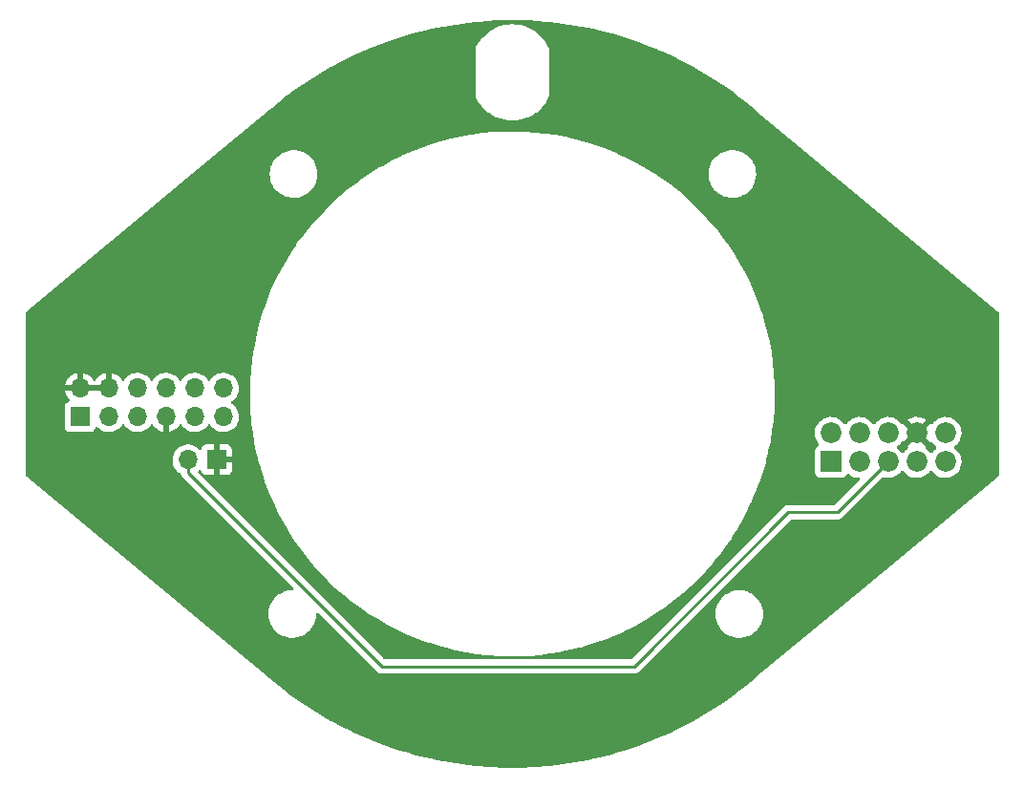
<source format=gbr>
%TF.GenerationSoftware,KiCad,Pcbnew,(6.0.0-0)*%
%TF.CreationDate,2022-03-24T13:46:47-04:00*%
%TF.ProjectId,Rotary,526f7461-7279-42e6-9b69-6361645f7063,rev?*%
%TF.SameCoordinates,Original*%
%TF.FileFunction,Copper,L4,Bot*%
%TF.FilePolarity,Positive*%
%FSLAX46Y46*%
G04 Gerber Fmt 4.6, Leading zero omitted, Abs format (unit mm)*
G04 Created by KiCad (PCBNEW (6.0.0-0)) date 2022-03-24 13:46:47*
%MOMM*%
%LPD*%
G01*
G04 APERTURE LIST*
%TA.AperFunction,ComponentPad*%
%ADD10R,1.700000X1.700000*%
%TD*%
%TA.AperFunction,ComponentPad*%
%ADD11O,1.700000X1.700000*%
%TD*%
%TA.AperFunction,ComponentPad*%
%ADD12R,1.836000X1.836000*%
%TD*%
%TA.AperFunction,ComponentPad*%
%ADD13C,1.836000*%
%TD*%
%TA.AperFunction,Conductor*%
%ADD14C,0.250000*%
%TD*%
G04 APERTURE END LIST*
D10*
%TO.P,J3,1,Pin_1*%
%TO.N,GND*%
X120410000Y-103340000D03*
D11*
%TO.P,J3,2,Pin_2*%
%TO.N,RTR_LIMIT*%
X117870000Y-103340000D03*
%TD*%
D12*
%TO.P,J2,1,Pin_1*%
%TO.N,RTR_ENB*%
X174853250Y-103503500D03*
D13*
%TO.P,J2,2,Pin_2*%
%TO.N,LKIT_C*%
X174853250Y-100963500D03*
%TO.P,J2,3,Pin_3*%
%TO.N,RTR_ENA*%
X177393250Y-103503500D03*
%TO.P,J2,4,Pin_4*%
%TO.N,LKIT_B*%
X177393250Y-100963500D03*
%TO.P,J2,5,Pin_5*%
%TO.N,RTR_LIMIT*%
X179933250Y-103503500D03*
%TO.P,J2,6,Pin_6*%
%TO.N,LKIT_A*%
X179933250Y-100963500D03*
%TO.P,J2,7,Pin_7*%
%TO.N,5V*%
X182473250Y-103503500D03*
%TO.P,J2,8,Pin_8*%
%TO.N,GND*%
X182473250Y-100963500D03*
%TO.P,J2,9,Pin_9*%
%TO.N,RMOT2*%
X185013250Y-103503500D03*
%TO.P,J2,10,Pin_10*%
%TO.N,RMOT1*%
X185013250Y-100963500D03*
%TD*%
D10*
%TO.P,J1,1,Pin_1*%
%TO.N,RTR_ENB*%
X108320000Y-99520000D03*
D11*
%TO.P,J1,2,Pin_2*%
%TO.N,GND*%
X108320000Y-96980000D03*
%TO.P,J1,3,Pin_3*%
%TO.N,RTR_ENA*%
X110860000Y-99520000D03*
%TO.P,J1,4,Pin_4*%
%TO.N,GND*%
X110860000Y-96980000D03*
%TO.P,J1,5,Pin_5*%
%TO.N,5V*%
X113400000Y-99520000D03*
%TO.P,J1,6,Pin_6*%
X113400000Y-96980000D03*
%TO.P,J1,7,Pin_7*%
%TO.N,GND*%
X115940000Y-99520000D03*
%TO.P,J1,8,Pin_8*%
%TO.N,LKIT_A*%
X115940000Y-96980000D03*
%TO.P,J1,9,Pin_9*%
%TO.N,RMOT1*%
X118480000Y-99520000D03*
%TO.P,J1,10,Pin_10*%
%TO.N,LKIT_B*%
X118480000Y-96980000D03*
%TO.P,J1,11,Pin_11*%
%TO.N,RMOT2*%
X121020000Y-99520000D03*
%TO.P,J1,12,Pin_12*%
%TO.N,LKIT_C*%
X121020000Y-96980000D03*
%TD*%
D14*
%TO.N,RTR_LIMIT*%
X175456750Y-107980000D02*
X171100000Y-107980000D01*
X157420000Y-121660000D02*
X135060000Y-121660000D01*
X171100000Y-107980000D02*
X157420000Y-121660000D01*
X135060000Y-121660000D02*
X117870000Y-104470000D01*
X179933250Y-103503500D02*
X175456750Y-107980000D01*
X117870000Y-104470000D02*
X117870000Y-103340000D01*
%TD*%
%TA.AperFunction,Conductor*%
%TO.N,GND*%
G36*
X146926719Y-64363028D02*
G01*
X147741021Y-64376785D01*
X147745260Y-64376929D01*
X148006563Y-64390182D01*
X148857858Y-64433360D01*
X148862104Y-64433647D01*
X149522691Y-64489574D01*
X149972216Y-64527632D01*
X149976404Y-64528058D01*
X151082666Y-64659483D01*
X151086876Y-64660055D01*
X152188114Y-64828778D01*
X152192272Y-64829488D01*
X153287160Y-65035309D01*
X153291289Y-65036158D01*
X153828408Y-65156042D01*
X154378587Y-65278842D01*
X154382725Y-65279839D01*
X155100918Y-65465815D01*
X155461224Y-65559116D01*
X155465305Y-65560247D01*
X155807310Y-65661252D01*
X156533711Y-65875782D01*
X156537772Y-65877056D01*
X157594934Y-66228508D01*
X157598950Y-66229919D01*
X158643619Y-66616872D01*
X158647586Y-66618418D01*
X159344385Y-66903638D01*
X159564959Y-66993925D01*
X159678608Y-67040445D01*
X159682513Y-67042121D01*
X159745482Y-67070416D01*
X160698670Y-67498724D01*
X160702521Y-67500533D01*
X161702712Y-67991217D01*
X161706457Y-67993134D01*
X162689512Y-68517328D01*
X162693192Y-68519370D01*
X163657953Y-69076456D01*
X163661603Y-69078646D01*
X164607020Y-69668016D01*
X164610593Y-69670329D01*
X165535505Y-70291258D01*
X165538999Y-70293690D01*
X166288973Y-70834802D01*
X166442433Y-70945525D01*
X166445842Y-70948073D01*
X167326752Y-71630058D01*
X167330074Y-71632721D01*
X168153265Y-72315714D01*
X168168615Y-72330846D01*
X168180935Y-72345271D01*
X168198450Y-72356732D01*
X168211990Y-72365593D01*
X168223480Y-72374079D01*
X172605508Y-76011989D01*
X189642481Y-90155890D01*
X189696483Y-90200722D01*
X189736120Y-90259625D01*
X189742000Y-90297668D01*
X189742000Y-104702332D01*
X189721998Y-104770453D01*
X189696484Y-104799277D01*
X177763368Y-114706015D01*
X168229420Y-122620991D01*
X168215337Y-122631129D01*
X168190449Y-122646560D01*
X168172505Y-122666559D01*
X168159177Y-122679381D01*
X167330074Y-123367279D01*
X167326752Y-123369942D01*
X166445842Y-124051927D01*
X166442436Y-124054473D01*
X166266344Y-124181525D01*
X165538999Y-124706310D01*
X165535505Y-124708742D01*
X164610593Y-125329671D01*
X164607020Y-125331984D01*
X163661603Y-125921354D01*
X163657959Y-125923541D01*
X162693192Y-126480630D01*
X162689512Y-126482672D01*
X161706457Y-127006866D01*
X161702712Y-127008783D01*
X160957777Y-127374241D01*
X160702523Y-127499466D01*
X160698670Y-127501276D01*
X159682519Y-127957876D01*
X159678608Y-127959555D01*
X158647586Y-128381582D01*
X158643619Y-128383128D01*
X157598950Y-128770081D01*
X157594934Y-128771492D01*
X156537772Y-129122944D01*
X156533711Y-129124218D01*
X155824853Y-129333567D01*
X155465305Y-129439753D01*
X155461224Y-129440884D01*
X155100918Y-129534185D01*
X154382725Y-129720161D01*
X154378587Y-129721158D01*
X153828408Y-129843958D01*
X153291289Y-129963842D01*
X153287160Y-129964691D01*
X152192272Y-130170512D01*
X152188114Y-130171222D01*
X151086880Y-130339945D01*
X151082666Y-130340517D01*
X149976404Y-130471942D01*
X149972216Y-130472368D01*
X149522691Y-130510426D01*
X148862104Y-130566353D01*
X148857858Y-130566640D01*
X148006563Y-130609818D01*
X147745260Y-130623071D01*
X147741021Y-130623215D01*
X146926719Y-130636972D01*
X146627128Y-130642033D01*
X146622872Y-130642033D01*
X146323281Y-130636972D01*
X145508979Y-130623215D01*
X145504740Y-130623071D01*
X145243437Y-130609818D01*
X144392142Y-130566640D01*
X144387896Y-130566353D01*
X143727309Y-130510426D01*
X143277784Y-130472368D01*
X143273596Y-130471942D01*
X142167334Y-130340517D01*
X142163120Y-130339945D01*
X141061886Y-130171222D01*
X141057728Y-130170512D01*
X139962840Y-129964691D01*
X139958711Y-129963842D01*
X139421592Y-129843958D01*
X138871413Y-129721158D01*
X138867275Y-129720161D01*
X138149082Y-129534185D01*
X137788776Y-129440884D01*
X137784695Y-129439753D01*
X137425147Y-129333567D01*
X136716289Y-129124218D01*
X136712228Y-129122944D01*
X135655066Y-128771492D01*
X135651050Y-128770081D01*
X134606381Y-128383128D01*
X134602414Y-128381582D01*
X133571392Y-127959555D01*
X133567481Y-127957876D01*
X132551330Y-127501276D01*
X132547477Y-127499466D01*
X132292223Y-127374241D01*
X131547288Y-127008783D01*
X131543543Y-127006866D01*
X130560488Y-126482672D01*
X130556808Y-126480630D01*
X129592041Y-125923541D01*
X129588397Y-125921354D01*
X128642980Y-125331984D01*
X128639407Y-125329671D01*
X127714495Y-124708742D01*
X127711001Y-124706310D01*
X126983656Y-124181525D01*
X126807564Y-124054473D01*
X126804158Y-124051927D01*
X125923248Y-123369942D01*
X125919926Y-123367279D01*
X125096735Y-122684286D01*
X125081385Y-122669154D01*
X125069065Y-122654729D01*
X125038010Y-122634407D01*
X125026520Y-122625921D01*
X117603030Y-116463024D01*
X103553517Y-104799277D01*
X103513880Y-104740375D01*
X103508000Y-104702332D01*
X103508000Y-103306695D01*
X116507251Y-103306695D01*
X116507548Y-103311848D01*
X116507548Y-103311851D01*
X116519532Y-103519695D01*
X116520110Y-103529715D01*
X116521247Y-103534761D01*
X116521248Y-103534767D01*
X116535606Y-103598475D01*
X116569222Y-103747639D01*
X116653266Y-103954616D01*
X116769987Y-104145088D01*
X116916250Y-104313938D01*
X117088126Y-104456632D01*
X117092593Y-104459242D01*
X117187210Y-104514532D01*
X117235934Y-104566171D01*
X117244623Y-104588119D01*
X117244964Y-104589291D01*
X117248987Y-104608700D01*
X117251526Y-104628797D01*
X117254445Y-104636168D01*
X117254445Y-104636170D01*
X117267804Y-104669912D01*
X117271649Y-104681142D01*
X117276546Y-104697999D01*
X117283982Y-104723593D01*
X117288015Y-104730412D01*
X117288017Y-104730417D01*
X117294293Y-104741028D01*
X117302988Y-104758776D01*
X117310448Y-104777617D01*
X117315110Y-104784033D01*
X117315110Y-104784034D01*
X117336436Y-104813387D01*
X117342952Y-104823307D01*
X117351458Y-104837689D01*
X117365458Y-104861362D01*
X117379779Y-104875683D01*
X117392619Y-104890716D01*
X117404528Y-104907107D01*
X117424693Y-104923789D01*
X117438605Y-104935298D01*
X117447384Y-104943288D01*
X127180763Y-114676667D01*
X127214789Y-114738979D01*
X127209724Y-114809794D01*
X127167177Y-114866630D01*
X127100657Y-114891441D01*
X127091015Y-114891760D01*
X127053949Y-114891566D01*
X126996614Y-114891265D01*
X126996608Y-114891265D01*
X126992328Y-114891243D01*
X126988083Y-114891802D01*
X126988081Y-114891802D01*
X126922784Y-114900399D01*
X126707365Y-114928760D01*
X126430129Y-115004603D01*
X126165752Y-115117369D01*
X126162071Y-115119572D01*
X125922806Y-115262768D01*
X125922802Y-115262771D01*
X125919124Y-115264972D01*
X125915781Y-115267650D01*
X125915777Y-115267653D01*
X125903243Y-115277695D01*
X125694811Y-115444681D01*
X125496963Y-115653170D01*
X125329240Y-115886581D01*
X125327231Y-115890376D01*
X125327230Y-115890377D01*
X125318458Y-115906945D01*
X125194746Y-116140596D01*
X125193271Y-116144627D01*
X125120592Y-116343233D01*
X125095971Y-116410512D01*
X125034741Y-116691337D01*
X125012698Y-116971415D01*
X125012190Y-116977874D01*
X125028735Y-117264820D01*
X125029560Y-117269025D01*
X125029561Y-117269033D01*
X125050920Y-117377897D01*
X125084070Y-117546865D01*
X125085457Y-117550916D01*
X125161206Y-117772161D01*
X125177171Y-117818792D01*
X125306316Y-118075567D01*
X125308742Y-118079096D01*
X125308745Y-118079102D01*
X125347587Y-118135617D01*
X125469114Y-118312439D01*
X125662553Y-118525026D01*
X125665841Y-118527775D01*
X125879761Y-118706641D01*
X125879766Y-118706645D01*
X125883053Y-118709393D01*
X125976012Y-118767706D01*
X126122895Y-118859846D01*
X126122899Y-118859848D01*
X126126535Y-118862129D01*
X126388493Y-118980407D01*
X126664079Y-119062040D01*
X126668313Y-119062688D01*
X126668318Y-119062689D01*
X126919095Y-119101063D01*
X126948195Y-119105516D01*
X127094580Y-119107815D01*
X127231291Y-119109963D01*
X127231297Y-119109963D01*
X127235582Y-119110030D01*
X127520923Y-119075500D01*
X127798937Y-119002565D01*
X127802897Y-119000925D01*
X127802902Y-119000923D01*
X127945911Y-118941686D01*
X128064481Y-118892573D01*
X128277216Y-118768261D01*
X128308943Y-118749721D01*
X128308944Y-118749721D01*
X128312641Y-118747560D01*
X128538823Y-118570210D01*
X128738844Y-118363804D01*
X128741377Y-118360356D01*
X128741381Y-118360351D01*
X128906464Y-118135617D01*
X128909002Y-118132162D01*
X129046149Y-117879571D01*
X129096947Y-117745137D01*
X129146227Y-117614721D01*
X129146228Y-117614718D01*
X129147745Y-117610703D01*
X129185889Y-117444156D01*
X129210954Y-117334718D01*
X129210955Y-117334714D01*
X129211912Y-117330534D01*
X129218661Y-117254922D01*
X129237243Y-117046715D01*
X129237463Y-117044250D01*
X129237546Y-117036315D01*
X129258259Y-116968407D01*
X129312398Y-116922478D01*
X129382774Y-116913110D01*
X129447043Y-116943277D01*
X129452634Y-116948538D01*
X134556343Y-122052247D01*
X134563887Y-122060537D01*
X134568000Y-122067018D01*
X134573777Y-122072443D01*
X134617667Y-122113658D01*
X134620509Y-122116413D01*
X134640230Y-122136134D01*
X134643425Y-122138612D01*
X134652447Y-122146318D01*
X134684679Y-122176586D01*
X134691628Y-122180406D01*
X134702432Y-122186346D01*
X134718956Y-122197199D01*
X134734959Y-122209613D01*
X134775543Y-122227176D01*
X134786173Y-122232383D01*
X134824940Y-122253695D01*
X134832617Y-122255666D01*
X134832622Y-122255668D01*
X134844558Y-122258732D01*
X134863266Y-122265137D01*
X134881855Y-122273181D01*
X134889683Y-122274421D01*
X134889690Y-122274423D01*
X134925524Y-122280099D01*
X134937144Y-122282505D01*
X134968959Y-122290673D01*
X134979970Y-122293500D01*
X135000224Y-122293500D01*
X135019934Y-122295051D01*
X135039943Y-122298220D01*
X135047835Y-122297474D01*
X135066580Y-122295702D01*
X135083962Y-122294059D01*
X135095819Y-122293500D01*
X157341233Y-122293500D01*
X157352416Y-122294027D01*
X157359909Y-122295702D01*
X157367835Y-122295453D01*
X157367836Y-122295453D01*
X157427986Y-122293562D01*
X157431945Y-122293500D01*
X157459856Y-122293500D01*
X157463791Y-122293003D01*
X157463856Y-122292995D01*
X157475693Y-122292062D01*
X157507951Y-122291048D01*
X157511970Y-122290922D01*
X157519889Y-122290673D01*
X157539343Y-122285021D01*
X157558700Y-122281013D01*
X157570930Y-122279468D01*
X157570931Y-122279468D01*
X157578797Y-122278474D01*
X157586168Y-122275555D01*
X157586170Y-122275555D01*
X157619912Y-122262196D01*
X157631142Y-122258351D01*
X157665983Y-122248229D01*
X157665984Y-122248229D01*
X157673593Y-122246018D01*
X157680412Y-122241985D01*
X157680417Y-122241983D01*
X157691028Y-122235707D01*
X157708776Y-122227012D01*
X157727617Y-122219552D01*
X157747987Y-122204753D01*
X157763387Y-122193564D01*
X157773307Y-122187048D01*
X157804535Y-122168580D01*
X157804538Y-122168578D01*
X157811362Y-122164542D01*
X157825683Y-122150221D01*
X157840717Y-122137380D01*
X157842432Y-122136134D01*
X157857107Y-122125472D01*
X157885298Y-122091395D01*
X157893288Y-122082616D01*
X162998030Y-116977874D01*
X164637190Y-116977874D01*
X164653735Y-117264820D01*
X164654560Y-117269025D01*
X164654561Y-117269033D01*
X164675920Y-117377897D01*
X164709070Y-117546865D01*
X164710457Y-117550916D01*
X164786206Y-117772161D01*
X164802171Y-117818792D01*
X164931316Y-118075567D01*
X164933742Y-118079096D01*
X164933745Y-118079102D01*
X164972587Y-118135617D01*
X165094114Y-118312439D01*
X165287553Y-118525026D01*
X165290841Y-118527775D01*
X165504761Y-118706641D01*
X165504766Y-118706645D01*
X165508053Y-118709393D01*
X165601012Y-118767706D01*
X165747895Y-118859846D01*
X165747899Y-118859848D01*
X165751535Y-118862129D01*
X166013493Y-118980407D01*
X166289079Y-119062040D01*
X166293313Y-119062688D01*
X166293318Y-119062689D01*
X166544095Y-119101063D01*
X166573195Y-119105516D01*
X166719580Y-119107815D01*
X166856291Y-119109963D01*
X166856297Y-119109963D01*
X166860582Y-119110030D01*
X167145923Y-119075500D01*
X167423937Y-119002565D01*
X167427897Y-119000925D01*
X167427902Y-119000923D01*
X167570911Y-118941686D01*
X167689481Y-118892573D01*
X167902216Y-118768261D01*
X167933943Y-118749721D01*
X167933944Y-118749721D01*
X167937641Y-118747560D01*
X168163823Y-118570210D01*
X168363844Y-118363804D01*
X168366377Y-118360356D01*
X168366381Y-118360351D01*
X168531464Y-118135617D01*
X168534002Y-118132162D01*
X168671149Y-117879571D01*
X168721947Y-117745137D01*
X168771227Y-117614721D01*
X168771228Y-117614718D01*
X168772745Y-117610703D01*
X168810889Y-117444156D01*
X168835954Y-117334718D01*
X168835955Y-117334714D01*
X168836912Y-117330534D01*
X168843661Y-117254922D01*
X168862243Y-117046715D01*
X168862463Y-117044250D01*
X168862926Y-117000000D01*
X168862757Y-116997519D01*
X168843669Y-116717520D01*
X168843668Y-116717514D01*
X168843377Y-116713243D01*
X168838841Y-116691337D01*
X168785962Y-116435998D01*
X168785091Y-116431792D01*
X168777556Y-116410512D01*
X168690579Y-116164897D01*
X168689148Y-116160856D01*
X168557321Y-115905447D01*
X168392052Y-115670293D01*
X168196397Y-115459743D01*
X167973978Y-115277695D01*
X167728910Y-115127517D01*
X167724993Y-115125798D01*
X167724990Y-115125796D01*
X167608678Y-115074739D01*
X167465728Y-115011989D01*
X167461600Y-115010813D01*
X167461597Y-115010812D01*
X167375693Y-114986342D01*
X167189302Y-114933247D01*
X167185060Y-114932643D01*
X167185054Y-114932642D01*
X166908998Y-114893353D01*
X166904747Y-114892748D01*
X166753246Y-114891955D01*
X166621614Y-114891265D01*
X166621608Y-114891265D01*
X166617328Y-114891243D01*
X166613083Y-114891802D01*
X166613081Y-114891802D01*
X166547784Y-114900399D01*
X166332365Y-114928760D01*
X166055129Y-115004603D01*
X165790752Y-115117369D01*
X165787071Y-115119572D01*
X165547806Y-115262768D01*
X165547802Y-115262771D01*
X165544124Y-115264972D01*
X165540781Y-115267650D01*
X165540777Y-115267653D01*
X165528243Y-115277695D01*
X165319811Y-115444681D01*
X165121963Y-115653170D01*
X164954240Y-115886581D01*
X164952231Y-115890376D01*
X164952230Y-115890377D01*
X164943458Y-115906945D01*
X164819746Y-116140596D01*
X164818271Y-116144627D01*
X164745592Y-116343233D01*
X164720971Y-116410512D01*
X164659741Y-116691337D01*
X164637698Y-116971415D01*
X164637190Y-116977874D01*
X162998030Y-116977874D01*
X171325499Y-108650405D01*
X171387811Y-108616379D01*
X171414594Y-108613500D01*
X175377983Y-108613500D01*
X175389166Y-108614027D01*
X175396659Y-108615702D01*
X175404585Y-108615453D01*
X175404586Y-108615453D01*
X175464736Y-108613562D01*
X175468695Y-108613500D01*
X175496606Y-108613500D01*
X175500541Y-108613003D01*
X175500606Y-108612995D01*
X175512443Y-108612062D01*
X175544701Y-108611048D01*
X175548720Y-108610922D01*
X175556639Y-108610673D01*
X175576093Y-108605021D01*
X175595450Y-108601013D01*
X175607680Y-108599468D01*
X175607681Y-108599468D01*
X175615547Y-108598474D01*
X175622918Y-108595555D01*
X175622920Y-108595555D01*
X175656662Y-108582196D01*
X175667892Y-108578351D01*
X175702733Y-108568229D01*
X175702734Y-108568229D01*
X175710343Y-108566018D01*
X175717162Y-108561985D01*
X175717167Y-108561983D01*
X175727778Y-108555707D01*
X175745526Y-108547012D01*
X175764367Y-108539552D01*
X175800137Y-108513564D01*
X175810057Y-108507048D01*
X175841285Y-108488580D01*
X175841288Y-108488578D01*
X175848112Y-108484542D01*
X175862433Y-108470221D01*
X175877467Y-108457380D01*
X175887444Y-108450131D01*
X175893857Y-108445472D01*
X175922048Y-108411395D01*
X175930038Y-108402616D01*
X179420135Y-104912520D01*
X179482447Y-104878494D01*
X179534351Y-104878145D01*
X179758697Y-104923789D01*
X179758705Y-104923790D01*
X179763768Y-104924820D01*
X179894980Y-104929631D01*
X179993018Y-104933226D01*
X179993022Y-104933226D01*
X179998182Y-104933415D01*
X180003302Y-104932759D01*
X180003304Y-104932759D01*
X180225726Y-104904267D01*
X180225729Y-104904266D01*
X180230853Y-104903610D01*
X180240573Y-104900694D01*
X180450578Y-104837689D01*
X180455531Y-104836203D01*
X180460170Y-104833930D01*
X180460176Y-104833928D01*
X180661545Y-104735278D01*
X180666183Y-104733006D01*
X180746956Y-104675391D01*
X180852939Y-104599794D01*
X180852943Y-104599790D01*
X180857151Y-104596789D01*
X181023308Y-104431212D01*
X181099018Y-104325850D01*
X181155012Y-104282203D01*
X181225715Y-104275757D01*
X181288679Y-104308560D01*
X181308772Y-104333541D01*
X181315475Y-104344480D01*
X181315481Y-104344488D01*
X181318176Y-104348886D01*
X181471760Y-104526188D01*
X181475735Y-104529488D01*
X181475739Y-104529492D01*
X181546356Y-104588119D01*
X181652239Y-104676025D01*
X181656691Y-104678627D01*
X181656696Y-104678630D01*
X181850309Y-104791768D01*
X181854767Y-104794373D01*
X182073905Y-104878054D01*
X182078971Y-104879085D01*
X182078972Y-104879085D01*
X182096726Y-104882697D01*
X182303768Y-104924820D01*
X182434980Y-104929631D01*
X182533018Y-104933226D01*
X182533022Y-104933226D01*
X182538182Y-104933415D01*
X182543302Y-104932759D01*
X182543304Y-104932759D01*
X182765726Y-104904267D01*
X182765729Y-104904266D01*
X182770853Y-104903610D01*
X182780573Y-104900694D01*
X182990578Y-104837689D01*
X182995531Y-104836203D01*
X183000170Y-104833930D01*
X183000176Y-104833928D01*
X183201545Y-104735278D01*
X183206183Y-104733006D01*
X183286956Y-104675391D01*
X183392939Y-104599794D01*
X183392943Y-104599790D01*
X183397151Y-104596789D01*
X183563308Y-104431212D01*
X183639018Y-104325850D01*
X183695012Y-104282203D01*
X183765715Y-104275757D01*
X183828679Y-104308560D01*
X183848772Y-104333541D01*
X183855475Y-104344480D01*
X183855481Y-104344488D01*
X183858176Y-104348886D01*
X184011760Y-104526188D01*
X184015735Y-104529488D01*
X184015739Y-104529492D01*
X184086356Y-104588119D01*
X184192239Y-104676025D01*
X184196691Y-104678627D01*
X184196696Y-104678630D01*
X184390309Y-104791768D01*
X184394767Y-104794373D01*
X184613905Y-104878054D01*
X184618971Y-104879085D01*
X184618972Y-104879085D01*
X184636726Y-104882697D01*
X184843768Y-104924820D01*
X184974980Y-104929631D01*
X185073018Y-104933226D01*
X185073022Y-104933226D01*
X185078182Y-104933415D01*
X185083302Y-104932759D01*
X185083304Y-104932759D01*
X185305726Y-104904267D01*
X185305729Y-104904266D01*
X185310853Y-104903610D01*
X185320573Y-104900694D01*
X185530578Y-104837689D01*
X185535531Y-104836203D01*
X185540170Y-104833930D01*
X185540176Y-104833928D01*
X185741545Y-104735278D01*
X185746183Y-104733006D01*
X185826956Y-104675391D01*
X185932939Y-104599794D01*
X185932943Y-104599790D01*
X185937151Y-104596789D01*
X186103308Y-104431212D01*
X186203090Y-104292351D01*
X186237172Y-104244920D01*
X186240190Y-104240720D01*
X186281130Y-104157885D01*
X186341828Y-104035071D01*
X186341829Y-104035069D01*
X186344122Y-104030429D01*
X186412312Y-103805988D01*
X186423902Y-103717952D01*
X186442493Y-103576745D01*
X186442494Y-103576738D01*
X186442930Y-103573423D01*
X186444639Y-103503500D01*
X186425419Y-103269717D01*
X186368273Y-103042212D01*
X186274738Y-102827096D01*
X186173998Y-102671375D01*
X186150133Y-102634485D01*
X186150131Y-102634482D01*
X186147325Y-102630145D01*
X185989455Y-102456648D01*
X185830298Y-102330954D01*
X185789236Y-102273038D01*
X185786004Y-102202115D01*
X185821629Y-102140704D01*
X185835222Y-102129495D01*
X185932938Y-102059794D01*
X185937151Y-102056789D01*
X186103308Y-101891212D01*
X186159661Y-101812789D01*
X186237172Y-101704920D01*
X186240190Y-101700720D01*
X186281130Y-101617885D01*
X186341828Y-101495071D01*
X186341829Y-101495069D01*
X186344122Y-101490429D01*
X186412312Y-101265988D01*
X186425909Y-101162711D01*
X186442493Y-101036745D01*
X186442494Y-101036738D01*
X186442930Y-101033423D01*
X186444639Y-100963500D01*
X186425419Y-100729717D01*
X186368273Y-100502212D01*
X186292954Y-100328990D01*
X186276798Y-100291833D01*
X186276796Y-100291830D01*
X186274738Y-100287096D01*
X186147325Y-100090145D01*
X185989455Y-99916648D01*
X185805369Y-99771266D01*
X185693870Y-99709715D01*
X185604540Y-99660402D01*
X185604538Y-99660401D01*
X185600009Y-99657901D01*
X185468464Y-99611319D01*
X185383764Y-99581325D01*
X185383761Y-99581324D01*
X185378892Y-99579600D01*
X185373803Y-99578693D01*
X185373801Y-99578693D01*
X185153045Y-99539370D01*
X185153039Y-99539369D01*
X185147956Y-99538464D01*
X185057258Y-99537356D01*
X184918570Y-99535661D01*
X184918568Y-99535661D01*
X184913401Y-99535598D01*
X184681529Y-99571079D01*
X184458564Y-99643955D01*
X184250497Y-99752268D01*
X184246364Y-99755371D01*
X184246361Y-99755373D01*
X184067048Y-99890005D01*
X184062913Y-99893110D01*
X183900852Y-100062698D01*
X183897938Y-100066970D01*
X183897937Y-100066971D01*
X183845331Y-100144089D01*
X183790420Y-100189092D01*
X183719895Y-100197263D01*
X183659019Y-100168558D01*
X183644806Y-100156317D01*
X183635240Y-100160721D01*
X182845271Y-100950689D01*
X182837658Y-100964632D01*
X182837789Y-100966466D01*
X182842040Y-100973080D01*
X183632455Y-101763494D01*
X183644461Y-101770050D01*
X183662856Y-101755997D01*
X183729131Y-101730538D01*
X183798649Y-101744951D01*
X183846778Y-101790288D01*
X183855472Y-101804475D01*
X183855476Y-101804480D01*
X183858176Y-101808886D01*
X184011760Y-101986188D01*
X184015735Y-101989488D01*
X184015739Y-101989492D01*
X184192239Y-102136025D01*
X184191520Y-102136892D01*
X184232423Y-102188059D01*
X184239735Y-102258678D01*
X184207707Y-102322040D01*
X184191479Y-102336580D01*
X184081590Y-102419087D01*
X184062913Y-102433110D01*
X183900852Y-102602698D01*
X183897938Y-102606970D01*
X183897937Y-102606971D01*
X183847955Y-102680242D01*
X183793044Y-102725245D01*
X183722519Y-102733416D01*
X183658772Y-102702162D01*
X183638077Y-102677681D01*
X183607325Y-102630145D01*
X183449455Y-102456648D01*
X183287496Y-102328741D01*
X183246433Y-102270824D01*
X183243201Y-102199901D01*
X183266483Y-102152050D01*
X183279651Y-102135278D01*
X183272665Y-102122126D01*
X182486061Y-101335521D01*
X182472118Y-101327908D01*
X182470284Y-101328039D01*
X182463670Y-101332290D01*
X181670271Y-102125690D01*
X181663514Y-102138064D01*
X181678917Y-102158639D01*
X181703729Y-102225159D01*
X181688639Y-102294533D01*
X181653703Y-102334910D01*
X181541590Y-102419087D01*
X181522913Y-102433110D01*
X181360852Y-102602698D01*
X181357938Y-102606970D01*
X181357937Y-102606971D01*
X181307955Y-102680242D01*
X181253044Y-102725245D01*
X181182519Y-102733416D01*
X181118772Y-102702162D01*
X181098077Y-102677681D01*
X181067325Y-102630145D01*
X180909455Y-102456648D01*
X180750298Y-102330954D01*
X180709236Y-102273038D01*
X180706004Y-102202115D01*
X180741629Y-102140704D01*
X180755222Y-102129495D01*
X180852938Y-102059794D01*
X180857151Y-102056789D01*
X181023308Y-101891212D01*
X181079657Y-101812794D01*
X181102300Y-101781283D01*
X181158295Y-101737635D01*
X181228998Y-101731189D01*
X181289155Y-101761373D01*
X181300714Y-101771831D01*
X181309492Y-101768047D01*
X182101229Y-100976311D01*
X182108842Y-100962368D01*
X182108711Y-100960534D01*
X182104460Y-100953920D01*
X181314158Y-100163619D01*
X181302627Y-100157322D01*
X181283891Y-100172001D01*
X181217932Y-100198268D01*
X181148243Y-100184705D01*
X181100391Y-100141257D01*
X181070133Y-100094485D01*
X181070131Y-100094482D01*
X181067325Y-100090145D01*
X180909455Y-99916648D01*
X180750806Y-99791355D01*
X181665902Y-99791355D01*
X181672646Y-99803685D01*
X182460439Y-100591479D01*
X182474382Y-100599092D01*
X182476216Y-100598961D01*
X182482830Y-100594710D01*
X183275059Y-99802480D01*
X183282076Y-99789629D01*
X183274303Y-99778959D01*
X183269149Y-99774889D01*
X183260560Y-99769183D01*
X183064335Y-99660860D01*
X183054926Y-99656632D01*
X182843636Y-99581810D01*
X182833673Y-99579178D01*
X182612997Y-99539869D01*
X182602745Y-99538900D01*
X182378606Y-99536162D01*
X182368322Y-99536882D01*
X182146758Y-99570786D01*
X182136730Y-99573175D01*
X181923677Y-99642811D01*
X181914167Y-99646808D01*
X181715353Y-99750304D01*
X181706628Y-99755798D01*
X181674355Y-99780030D01*
X181665902Y-99791355D01*
X180750806Y-99791355D01*
X180725369Y-99771266D01*
X180613870Y-99709715D01*
X180524540Y-99660402D01*
X180524538Y-99660401D01*
X180520009Y-99657901D01*
X180388464Y-99611319D01*
X180303764Y-99581325D01*
X180303761Y-99581324D01*
X180298892Y-99579600D01*
X180293803Y-99578693D01*
X180293801Y-99578693D01*
X180073045Y-99539370D01*
X180073039Y-99539369D01*
X180067956Y-99538464D01*
X179977258Y-99537356D01*
X179838570Y-99535661D01*
X179838568Y-99535661D01*
X179833401Y-99535598D01*
X179601529Y-99571079D01*
X179378564Y-99643955D01*
X179170497Y-99752268D01*
X179166364Y-99755371D01*
X179166361Y-99755373D01*
X178987048Y-99890005D01*
X178982913Y-99893110D01*
X178820852Y-100062698D01*
X178817938Y-100066970D01*
X178817937Y-100066971D01*
X178767955Y-100140242D01*
X178713044Y-100185245D01*
X178642519Y-100193416D01*
X178578772Y-100162162D01*
X178558077Y-100137681D01*
X178527325Y-100090145D01*
X178369455Y-99916648D01*
X178185369Y-99771266D01*
X178073870Y-99709715D01*
X177984540Y-99660402D01*
X177984538Y-99660401D01*
X177980009Y-99657901D01*
X177848464Y-99611319D01*
X177763764Y-99581325D01*
X177763761Y-99581324D01*
X177758892Y-99579600D01*
X177753803Y-99578693D01*
X177753801Y-99578693D01*
X177533045Y-99539370D01*
X177533039Y-99539369D01*
X177527956Y-99538464D01*
X177437258Y-99537356D01*
X177298570Y-99535661D01*
X177298568Y-99535661D01*
X177293401Y-99535598D01*
X177061529Y-99571079D01*
X176838564Y-99643955D01*
X176630497Y-99752268D01*
X176626364Y-99755371D01*
X176626361Y-99755373D01*
X176447048Y-99890005D01*
X176442913Y-99893110D01*
X176280852Y-100062698D01*
X176277938Y-100066970D01*
X176277937Y-100066971D01*
X176227955Y-100140242D01*
X176173044Y-100185245D01*
X176102519Y-100193416D01*
X176038772Y-100162162D01*
X176018077Y-100137681D01*
X175987325Y-100090145D01*
X175829455Y-99916648D01*
X175645369Y-99771266D01*
X175533870Y-99709715D01*
X175444540Y-99660402D01*
X175444538Y-99660401D01*
X175440009Y-99657901D01*
X175308464Y-99611319D01*
X175223764Y-99581325D01*
X175223761Y-99581324D01*
X175218892Y-99579600D01*
X175213803Y-99578693D01*
X175213801Y-99578693D01*
X174993045Y-99539370D01*
X174993039Y-99539369D01*
X174987956Y-99538464D01*
X174897258Y-99537356D01*
X174758570Y-99535661D01*
X174758568Y-99535661D01*
X174753401Y-99535598D01*
X174521529Y-99571079D01*
X174298564Y-99643955D01*
X174090497Y-99752268D01*
X174086364Y-99755371D01*
X174086361Y-99755373D01*
X173907048Y-99890005D01*
X173902913Y-99893110D01*
X173740852Y-100062698D01*
X173737938Y-100066970D01*
X173737937Y-100066971D01*
X173657256Y-100185245D01*
X173608665Y-100256477D01*
X173606485Y-100261174D01*
X173512078Y-100464553D01*
X173512076Y-100464558D01*
X173509901Y-100469244D01*
X173447215Y-100695284D01*
X173422288Y-100928528D01*
X173422585Y-100933680D01*
X173422585Y-100933684D01*
X173428143Y-101030071D01*
X173435791Y-101162711D01*
X173436928Y-101167757D01*
X173436929Y-101167763D01*
X173460180Y-101270932D01*
X173487361Y-101391544D01*
X173575612Y-101608881D01*
X173698176Y-101808886D01*
X173790396Y-101915348D01*
X173819878Y-101979931D01*
X173809763Y-102050203D01*
X173763262Y-102103852D01*
X173739387Y-102115825D01*
X173696955Y-102131732D01*
X173696954Y-102131733D01*
X173688545Y-102134885D01*
X173571989Y-102222239D01*
X173484635Y-102338795D01*
X173433505Y-102475184D01*
X173426750Y-102537366D01*
X173426750Y-104469634D01*
X173433505Y-104531816D01*
X173484635Y-104668205D01*
X173571989Y-104784761D01*
X173688545Y-104872115D01*
X173824934Y-104923245D01*
X173887116Y-104930000D01*
X175819384Y-104930000D01*
X175881566Y-104923245D01*
X176017955Y-104872115D01*
X176134511Y-104784761D01*
X176221865Y-104668205D01*
X176226546Y-104655719D01*
X176240615Y-104618190D01*
X176283257Y-104561426D01*
X176349819Y-104536726D01*
X176419167Y-104551934D01*
X176439082Y-104565476D01*
X176552692Y-104659797D01*
X176572239Y-104676025D01*
X176576691Y-104678627D01*
X176576696Y-104678630D01*
X176770309Y-104791768D01*
X176774767Y-104794373D01*
X176993905Y-104878054D01*
X176998971Y-104879085D01*
X176998972Y-104879085D01*
X177016726Y-104882697D01*
X177223768Y-104924820D01*
X177313257Y-104928101D01*
X177380598Y-104950585D01*
X177425093Y-105005908D01*
X177432616Y-105076505D01*
X177397734Y-105143111D01*
X175231250Y-107309595D01*
X175168938Y-107343621D01*
X175142155Y-107346500D01*
X171178768Y-107346500D01*
X171167585Y-107345973D01*
X171160092Y-107344298D01*
X171152166Y-107344547D01*
X171152165Y-107344547D01*
X171092002Y-107346438D01*
X171088044Y-107346500D01*
X171060144Y-107346500D01*
X171056154Y-107347004D01*
X171044320Y-107347936D01*
X171000111Y-107349326D01*
X170992495Y-107351539D01*
X170992493Y-107351539D01*
X170980652Y-107354979D01*
X170961293Y-107358988D01*
X170959983Y-107359154D01*
X170941203Y-107361526D01*
X170933837Y-107364442D01*
X170933831Y-107364444D01*
X170900098Y-107377800D01*
X170888868Y-107381645D01*
X170861569Y-107389576D01*
X170846407Y-107393981D01*
X170839584Y-107398016D01*
X170828966Y-107404295D01*
X170811213Y-107412992D01*
X170803568Y-107416019D01*
X170792383Y-107420448D01*
X170785968Y-107425109D01*
X170756612Y-107446437D01*
X170746695Y-107452951D01*
X170708638Y-107475458D01*
X170694317Y-107489779D01*
X170679284Y-107502619D01*
X170662893Y-107514528D01*
X170657842Y-107520634D01*
X170634702Y-107548605D01*
X170626712Y-107557384D01*
X157194500Y-120989595D01*
X157132188Y-121023621D01*
X157105405Y-121026500D01*
X135374594Y-121026500D01*
X135306473Y-121006498D01*
X135285499Y-120989595D01*
X119057557Y-104761652D01*
X119032400Y-104715581D01*
X119001990Y-104704258D01*
X118988348Y-104692443D01*
X118802657Y-104506752D01*
X118768631Y-104444440D01*
X118773696Y-104373625D01*
X118802812Y-104328406D01*
X118858479Y-104272933D01*
X118920851Y-104239017D01*
X118991657Y-104244205D01*
X119048419Y-104286851D01*
X119065401Y-104317954D01*
X119106676Y-104428054D01*
X119115214Y-104443649D01*
X119178269Y-104527783D01*
X119189626Y-104558182D01*
X119207037Y-104561969D01*
X119222217Y-104571731D01*
X119306351Y-104634786D01*
X119321946Y-104643324D01*
X119442394Y-104688478D01*
X119457649Y-104692105D01*
X119508514Y-104697631D01*
X119515328Y-104698000D01*
X120137885Y-104698000D01*
X120153124Y-104693525D01*
X120154329Y-104692135D01*
X120156000Y-104684452D01*
X120156000Y-104679884D01*
X120664000Y-104679884D01*
X120668475Y-104695123D01*
X120669865Y-104696328D01*
X120677548Y-104697999D01*
X121304669Y-104697999D01*
X121311490Y-104697629D01*
X121362352Y-104692105D01*
X121377604Y-104688479D01*
X121498054Y-104643324D01*
X121513649Y-104634786D01*
X121615724Y-104558285D01*
X121628285Y-104545724D01*
X121704786Y-104443649D01*
X121713324Y-104428054D01*
X121758478Y-104307606D01*
X121762105Y-104292351D01*
X121767631Y-104241486D01*
X121768000Y-104234672D01*
X121768000Y-103612115D01*
X121763525Y-103596876D01*
X121762135Y-103595671D01*
X121754452Y-103594000D01*
X120682115Y-103594000D01*
X120666876Y-103598475D01*
X120665671Y-103599865D01*
X120664000Y-103607548D01*
X120664000Y-104679884D01*
X120156000Y-104679884D01*
X120156000Y-103067885D01*
X120664000Y-103067885D01*
X120668475Y-103083124D01*
X120669865Y-103084329D01*
X120677548Y-103086000D01*
X121749884Y-103086000D01*
X121765123Y-103081525D01*
X121766328Y-103080135D01*
X121767999Y-103072452D01*
X121767999Y-102445331D01*
X121767629Y-102438510D01*
X121762105Y-102387648D01*
X121758479Y-102372396D01*
X121713324Y-102251946D01*
X121704786Y-102236351D01*
X121628285Y-102134276D01*
X121615724Y-102121715D01*
X121513649Y-102045214D01*
X121498054Y-102036676D01*
X121377606Y-101991522D01*
X121362351Y-101987895D01*
X121311486Y-101982369D01*
X121304672Y-101982000D01*
X120682115Y-101982000D01*
X120666876Y-101986475D01*
X120665671Y-101987865D01*
X120664000Y-101995548D01*
X120664000Y-103067885D01*
X120156000Y-103067885D01*
X120156000Y-102000116D01*
X120151525Y-101984877D01*
X120150135Y-101983672D01*
X120142452Y-101982001D01*
X119515331Y-101982001D01*
X119508510Y-101982371D01*
X119457648Y-101987895D01*
X119442396Y-101991521D01*
X119321946Y-102036676D01*
X119306351Y-102045214D01*
X119204276Y-102121715D01*
X119191715Y-102134276D01*
X119115214Y-102236351D01*
X119106676Y-102251946D01*
X119065297Y-102362322D01*
X119022655Y-102419087D01*
X118956093Y-102443786D01*
X118886744Y-102428578D01*
X118854121Y-102402891D01*
X118803151Y-102346876D01*
X118803148Y-102346873D01*
X118799670Y-102343051D01*
X118795619Y-102339852D01*
X118795615Y-102339848D01*
X118628414Y-102207800D01*
X118628410Y-102207798D01*
X118624359Y-102204598D01*
X118615851Y-102199901D01*
X118529168Y-102152050D01*
X118428789Y-102096638D01*
X118423920Y-102094914D01*
X118423916Y-102094912D01*
X118223087Y-102023795D01*
X118223083Y-102023794D01*
X118218212Y-102022069D01*
X118213119Y-102021162D01*
X118213116Y-102021161D01*
X118003373Y-101983800D01*
X118003367Y-101983799D01*
X117998284Y-101982894D01*
X117924452Y-101981992D01*
X117780081Y-101980228D01*
X117780079Y-101980228D01*
X117774911Y-101980165D01*
X117554091Y-102013955D01*
X117341756Y-102083357D01*
X117143607Y-102186507D01*
X117139474Y-102189610D01*
X117139471Y-102189612D01*
X116977443Y-102311266D01*
X116964965Y-102320635D01*
X116810629Y-102482138D01*
X116684743Y-102666680D01*
X116668273Y-102702162D01*
X116600102Y-102849025D01*
X116590688Y-102869305D01*
X116530989Y-103084570D01*
X116507251Y-103306695D01*
X103508000Y-103306695D01*
X103508000Y-100418134D01*
X106961500Y-100418134D01*
X106968255Y-100480316D01*
X107019385Y-100616705D01*
X107106739Y-100733261D01*
X107223295Y-100820615D01*
X107359684Y-100871745D01*
X107421866Y-100878500D01*
X109218134Y-100878500D01*
X109280316Y-100871745D01*
X109416705Y-100820615D01*
X109533261Y-100733261D01*
X109620615Y-100616705D01*
X109642799Y-100557529D01*
X109664598Y-100499382D01*
X109707240Y-100442618D01*
X109773802Y-100417918D01*
X109843150Y-100433126D01*
X109877817Y-100461114D01*
X109906250Y-100493938D01*
X110078126Y-100636632D01*
X110271000Y-100749338D01*
X110479692Y-100829030D01*
X110484760Y-100830061D01*
X110484763Y-100830062D01*
X110579862Y-100849410D01*
X110698597Y-100873567D01*
X110703772Y-100873757D01*
X110703774Y-100873757D01*
X110916673Y-100881564D01*
X110916677Y-100881564D01*
X110921837Y-100881753D01*
X110926957Y-100881097D01*
X110926959Y-100881097D01*
X111138288Y-100854025D01*
X111138289Y-100854025D01*
X111143416Y-100853368D01*
X111148366Y-100851883D01*
X111352429Y-100790661D01*
X111352434Y-100790659D01*
X111357384Y-100789174D01*
X111557994Y-100690896D01*
X111739860Y-100561173D01*
X111898096Y-100403489D01*
X112028453Y-100222077D01*
X112029776Y-100223028D01*
X112076645Y-100179857D01*
X112146580Y-100167625D01*
X112212026Y-100195144D01*
X112239875Y-100226994D01*
X112299987Y-100325088D01*
X112446250Y-100493938D01*
X112618126Y-100636632D01*
X112811000Y-100749338D01*
X113019692Y-100829030D01*
X113024760Y-100830061D01*
X113024763Y-100830062D01*
X113119862Y-100849410D01*
X113238597Y-100873567D01*
X113243772Y-100873757D01*
X113243774Y-100873757D01*
X113456673Y-100881564D01*
X113456677Y-100881564D01*
X113461837Y-100881753D01*
X113466957Y-100881097D01*
X113466959Y-100881097D01*
X113678288Y-100854025D01*
X113678289Y-100854025D01*
X113683416Y-100853368D01*
X113688366Y-100851883D01*
X113892429Y-100790661D01*
X113892434Y-100790659D01*
X113897384Y-100789174D01*
X114097994Y-100690896D01*
X114279860Y-100561173D01*
X114438096Y-100403489D01*
X114568453Y-100222077D01*
X114569640Y-100222930D01*
X114616960Y-100179362D01*
X114686897Y-100167145D01*
X114752338Y-100194678D01*
X114780166Y-100226511D01*
X114837694Y-100320388D01*
X114843777Y-100328699D01*
X114983213Y-100489667D01*
X114990580Y-100496883D01*
X115154434Y-100632916D01*
X115162881Y-100638831D01*
X115346756Y-100746279D01*
X115356042Y-100750729D01*
X115555001Y-100826703D01*
X115564899Y-100829579D01*
X115668250Y-100850606D01*
X115682299Y-100849410D01*
X115686000Y-100839065D01*
X115686000Y-99392000D01*
X115706002Y-99323879D01*
X115759658Y-99277386D01*
X115812000Y-99266000D01*
X116068000Y-99266000D01*
X116136121Y-99286002D01*
X116182614Y-99339658D01*
X116194000Y-99392000D01*
X116194000Y-100838517D01*
X116198064Y-100852359D01*
X116211478Y-100854393D01*
X116218184Y-100853534D01*
X116228262Y-100851392D01*
X116432255Y-100790191D01*
X116441842Y-100786433D01*
X116633095Y-100692739D01*
X116641945Y-100687464D01*
X116815328Y-100563792D01*
X116823200Y-100557139D01*
X116974052Y-100406812D01*
X116980730Y-100398965D01*
X117108022Y-100221819D01*
X117109279Y-100222722D01*
X117156373Y-100179362D01*
X117226311Y-100167145D01*
X117291751Y-100194678D01*
X117319579Y-100226511D01*
X117379987Y-100325088D01*
X117526250Y-100493938D01*
X117698126Y-100636632D01*
X117891000Y-100749338D01*
X118099692Y-100829030D01*
X118104760Y-100830061D01*
X118104763Y-100830062D01*
X118199862Y-100849410D01*
X118318597Y-100873567D01*
X118323772Y-100873757D01*
X118323774Y-100873757D01*
X118536673Y-100881564D01*
X118536677Y-100881564D01*
X118541837Y-100881753D01*
X118546957Y-100881097D01*
X118546959Y-100881097D01*
X118758288Y-100854025D01*
X118758289Y-100854025D01*
X118763416Y-100853368D01*
X118768366Y-100851883D01*
X118972429Y-100790661D01*
X118972434Y-100790659D01*
X118977384Y-100789174D01*
X119177994Y-100690896D01*
X119359860Y-100561173D01*
X119518096Y-100403489D01*
X119648453Y-100222077D01*
X119649776Y-100223028D01*
X119696645Y-100179857D01*
X119766580Y-100167625D01*
X119832026Y-100195144D01*
X119859875Y-100226994D01*
X119919987Y-100325088D01*
X120066250Y-100493938D01*
X120238126Y-100636632D01*
X120431000Y-100749338D01*
X120639692Y-100829030D01*
X120644760Y-100830061D01*
X120644763Y-100830062D01*
X120739862Y-100849410D01*
X120858597Y-100873567D01*
X120863772Y-100873757D01*
X120863774Y-100873757D01*
X121076673Y-100881564D01*
X121076677Y-100881564D01*
X121081837Y-100881753D01*
X121086957Y-100881097D01*
X121086959Y-100881097D01*
X121298288Y-100854025D01*
X121298289Y-100854025D01*
X121303416Y-100853368D01*
X121308366Y-100851883D01*
X121512429Y-100790661D01*
X121512434Y-100790659D01*
X121517384Y-100789174D01*
X121717994Y-100690896D01*
X121899860Y-100561173D01*
X122058096Y-100403489D01*
X122188453Y-100222077D01*
X122201995Y-100194678D01*
X122285136Y-100026453D01*
X122285137Y-100026451D01*
X122287430Y-100021811D01*
X122325397Y-99896848D01*
X122350865Y-99813023D01*
X122350865Y-99813021D01*
X122352370Y-99808069D01*
X122381529Y-99586590D01*
X122382705Y-99538464D01*
X122383074Y-99523365D01*
X122383074Y-99523361D01*
X122383156Y-99520000D01*
X122364852Y-99297361D01*
X122310431Y-99080702D01*
X122221354Y-98875840D01*
X122100014Y-98688277D01*
X121949670Y-98523051D01*
X121945619Y-98519852D01*
X121945615Y-98519848D01*
X121778414Y-98387800D01*
X121778410Y-98387798D01*
X121774359Y-98384598D01*
X121733053Y-98361796D01*
X121683084Y-98311364D01*
X121668312Y-98241921D01*
X121693428Y-98175516D01*
X121720780Y-98148909D01*
X121764603Y-98117650D01*
X121899860Y-98021173D01*
X121924906Y-97996215D01*
X122054435Y-97867137D01*
X122058096Y-97863489D01*
X122188453Y-97682077D01*
X122201995Y-97654678D01*
X122285136Y-97486453D01*
X122285137Y-97486451D01*
X122287430Y-97481811D01*
X122352370Y-97268069D01*
X122353907Y-97256395D01*
X123363307Y-97256395D01*
X123363319Y-97257656D01*
X123363319Y-97257665D01*
X123364517Y-97382446D01*
X123365645Y-97500000D01*
X123372270Y-98190125D01*
X123372334Y-98191409D01*
X123372334Y-98191412D01*
X123374865Y-98242245D01*
X123418698Y-99122743D01*
X123418813Y-99124017D01*
X123418814Y-99124034D01*
X123467156Y-99660402D01*
X123502517Y-100052746D01*
X123502682Y-100054007D01*
X123502683Y-100054017D01*
X123622052Y-100966865D01*
X123623591Y-100978636D01*
X123623810Y-100979910D01*
X123748390Y-101704920D01*
X123781725Y-101898921D01*
X123833246Y-102140271D01*
X123953192Y-102702162D01*
X123976664Y-102812119D01*
X123976964Y-102813292D01*
X123976969Y-102813313D01*
X124185406Y-103628069D01*
X124208095Y-103716758D01*
X124208451Y-103717948D01*
X124208452Y-103717952D01*
X124305386Y-104042077D01*
X124475643Y-104611380D01*
X124476043Y-104612546D01*
X124476052Y-104612573D01*
X124684180Y-105218735D01*
X124778880Y-105494545D01*
X125117314Y-106364828D01*
X125490402Y-107220829D01*
X125490949Y-107221959D01*
X125490955Y-107221971D01*
X125896989Y-108060024D01*
X125897543Y-108061167D01*
X126338080Y-108884489D01*
X126338716Y-108885571D01*
X126338720Y-108885578D01*
X126710018Y-109517176D01*
X126811303Y-109689468D01*
X127316450Y-110474807D01*
X127852707Y-111239241D01*
X128419211Y-111981539D01*
X129015047Y-112700503D01*
X129639258Y-113394977D01*
X130290835Y-114063840D01*
X130291726Y-114064684D01*
X130291731Y-114064689D01*
X130967821Y-114705153D01*
X130968731Y-114706015D01*
X131671852Y-115320468D01*
X132399065Y-115906209D01*
X133149200Y-116462293D01*
X133519406Y-116714357D01*
X133855620Y-116943277D01*
X133921047Y-116987825D01*
X133922117Y-116988492D01*
X133922138Y-116988506D01*
X134371950Y-117269033D01*
X134713363Y-117481957D01*
X135524871Y-117943895D01*
X136354263Y-118372894D01*
X136355393Y-118373422D01*
X136355411Y-118373431D01*
X137199016Y-118767706D01*
X137199026Y-118767710D01*
X137200204Y-118768261D01*
X137201406Y-118768765D01*
X138015229Y-119110030D01*
X138061330Y-119129362D01*
X138936254Y-119455612D01*
X138937447Y-119456003D01*
X139640989Y-119686636D01*
X139823566Y-119746488D01*
X140721837Y-120001520D01*
X140723055Y-120001814D01*
X140723072Y-120001818D01*
X141628407Y-120220005D01*
X141629619Y-120220297D01*
X141630839Y-120220540D01*
X141630845Y-120220541D01*
X142544205Y-120402220D01*
X142544226Y-120402224D01*
X142545449Y-120402467D01*
X143467853Y-120547736D01*
X143469136Y-120547886D01*
X143469139Y-120547886D01*
X144394090Y-120655725D01*
X144394094Y-120655725D01*
X144395343Y-120655871D01*
X144719819Y-120680553D01*
X145325160Y-120726601D01*
X145325175Y-120726602D01*
X145326426Y-120726697D01*
X145327688Y-120726742D01*
X145327703Y-120726743D01*
X146258338Y-120760054D01*
X146258348Y-120760054D01*
X146259601Y-120760099D01*
X146260829Y-120760094D01*
X146260851Y-120760094D01*
X146719861Y-120758091D01*
X147193365Y-120756025D01*
X147194616Y-120755969D01*
X147194628Y-120755969D01*
X148124941Y-120714537D01*
X148124958Y-120714536D01*
X148126213Y-120714480D01*
X149056642Y-120635532D01*
X149983154Y-120519308D01*
X150724946Y-120395840D01*
X150903018Y-120366201D01*
X150903023Y-120366200D01*
X150904255Y-120365995D01*
X151818461Y-120175839D01*
X151819678Y-120175534D01*
X151819693Y-120175531D01*
X152513837Y-120001818D01*
X152724299Y-119949149D01*
X152965556Y-119878372D01*
X153619125Y-119686636D01*
X153619141Y-119686631D01*
X153620310Y-119686288D01*
X153621476Y-119685895D01*
X153621487Y-119685891D01*
X154503853Y-119388084D01*
X154505050Y-119387680D01*
X155241860Y-119105583D01*
X155375931Y-119054252D01*
X155375936Y-119054250D01*
X155377093Y-119053807D01*
X155378220Y-119053323D01*
X156233899Y-118685695D01*
X156233920Y-118685686D01*
X156235036Y-118685206D01*
X156887220Y-118373431D01*
X157076346Y-118283020D01*
X157076354Y-118283016D01*
X157077494Y-118282471D01*
X157455673Y-118082658D01*
X157901987Y-117846845D01*
X157901992Y-117846842D01*
X157903111Y-117846251D01*
X158283742Y-117625163D01*
X158709442Y-117377897D01*
X158709455Y-117377889D01*
X158710557Y-117377249D01*
X158711637Y-117376562D01*
X158711649Y-117376555D01*
X159234269Y-117044250D01*
X159498530Y-116876221D01*
X160169848Y-116410512D01*
X160264756Y-116344672D01*
X160264760Y-116344669D01*
X160265762Y-116343974D01*
X161011015Y-115781365D01*
X161733090Y-115189300D01*
X162430822Y-114568735D01*
X163103088Y-113920668D01*
X163114966Y-113908261D01*
X163747941Y-113247047D01*
X163747953Y-113247034D01*
X163748804Y-113246145D01*
X164366930Y-112546251D01*
X164826678Y-111981539D01*
X164955670Y-111823097D01*
X164955677Y-111823088D01*
X164956470Y-111822114D01*
X165516474Y-111074901D01*
X165517180Y-111073876D01*
X165517192Y-111073859D01*
X166045336Y-110306838D01*
X166046040Y-110305816D01*
X166171483Y-110107002D01*
X166543636Y-109517176D01*
X166543648Y-109517157D01*
X166544315Y-109516099D01*
X167010495Y-108707021D01*
X167443830Y-107879886D01*
X167632777Y-107481067D01*
X167843074Y-107037185D01*
X167843085Y-107037160D01*
X167843622Y-107036027D01*
X168051860Y-106546636D01*
X168208731Y-106177967D01*
X168208736Y-106177955D01*
X168209226Y-106176803D01*
X168467260Y-105495733D01*
X168539609Y-105304772D01*
X168539615Y-105304754D01*
X168540053Y-105303599D01*
X168835571Y-104417822D01*
X168837410Y-104411474D01*
X169094958Y-103522091D01*
X169094960Y-103522083D01*
X169095303Y-103520899D01*
X169139904Y-103340000D01*
X169291470Y-102725245D01*
X169318830Y-102614275D01*
X169334548Y-102537366D01*
X169505540Y-101700650D01*
X169505542Y-101700640D01*
X169505793Y-101699411D01*
X169655890Y-100777781D01*
X169659133Y-100751181D01*
X169763730Y-99893110D01*
X169768879Y-99850870D01*
X169844579Y-98920170D01*
X169846204Y-98880590D01*
X169876128Y-98151392D01*
X169882867Y-97987183D01*
X169884128Y-97866812D01*
X169887959Y-97500985D01*
X169887959Y-97500964D01*
X169887969Y-97500000D01*
X169887698Y-97486453D01*
X169869253Y-96567639D01*
X169869252Y-96567618D01*
X169869228Y-96566415D01*
X169819127Y-95735369D01*
X169813110Y-95635561D01*
X169813110Y-95635557D01*
X169813036Y-95634335D01*
X169719483Y-94705260D01*
X169588720Y-93780689D01*
X169420958Y-92862110D01*
X169216467Y-91951004D01*
X168975576Y-91048838D01*
X168742331Y-90297668D01*
X168699046Y-90158267D01*
X168699045Y-90158263D01*
X168698673Y-90157066D01*
X168524297Y-89666007D01*
X168386623Y-89278302D01*
X168386616Y-89278285D01*
X168386205Y-89277126D01*
X168038676Y-88410434D01*
X167656644Y-87558387D01*
X167240726Y-86722359D01*
X167240139Y-86721289D01*
X167240128Y-86721268D01*
X166792189Y-85904782D01*
X166792175Y-85904758D01*
X166791592Y-85903695D01*
X166309965Y-85103716D01*
X165796622Y-84323709D01*
X165252389Y-83564933D01*
X165251631Y-83563961D01*
X165251616Y-83563941D01*
X164678924Y-82829608D01*
X164678921Y-82829604D01*
X164678144Y-82828608D01*
X164074811Y-82115923D01*
X163908741Y-81935006D01*
X163444214Y-81428952D01*
X163444210Y-81428948D01*
X163443362Y-81428024D01*
X163442470Y-81427127D01*
X162785724Y-80766933D01*
X162785705Y-80766915D01*
X162784816Y-80766021D01*
X162100233Y-80130979D01*
X161390716Y-79523923D01*
X160657409Y-78945830D01*
X159901492Y-78397631D01*
X159270901Y-77977874D01*
X164012190Y-77977874D01*
X164028735Y-78264820D01*
X164029560Y-78269025D01*
X164029561Y-78269033D01*
X164054652Y-78396921D01*
X164084070Y-78546865D01*
X164085457Y-78550916D01*
X164170971Y-78800682D01*
X164177171Y-78818792D01*
X164306316Y-79075567D01*
X164308742Y-79079096D01*
X164308745Y-79079102D01*
X164347587Y-79135617D01*
X164469114Y-79312439D01*
X164662553Y-79525026D01*
X164665841Y-79527775D01*
X164879761Y-79706641D01*
X164879766Y-79706645D01*
X164883053Y-79709393D01*
X165001320Y-79783582D01*
X165122895Y-79859846D01*
X165122899Y-79859848D01*
X165126535Y-79862129D01*
X165388493Y-79980407D01*
X165664079Y-80062040D01*
X165668313Y-80062688D01*
X165668318Y-80062689D01*
X165919095Y-80101063D01*
X165948195Y-80105516D01*
X166094580Y-80107815D01*
X166231291Y-80109963D01*
X166231297Y-80109963D01*
X166235582Y-80110030D01*
X166520923Y-80075500D01*
X166798937Y-80002565D01*
X166802897Y-80000925D01*
X166802902Y-80000923D01*
X166945911Y-79941686D01*
X167064481Y-79892573D01*
X167312641Y-79747560D01*
X167538823Y-79570210D01*
X167738844Y-79363804D01*
X167741377Y-79360356D01*
X167741381Y-79360351D01*
X167906464Y-79135617D01*
X167909002Y-79132162D01*
X168046149Y-78879571D01*
X168106272Y-78720458D01*
X168146227Y-78614721D01*
X168146228Y-78614718D01*
X168147745Y-78610703D01*
X168196545Y-78397631D01*
X168210954Y-78334718D01*
X168210955Y-78334714D01*
X168211912Y-78330534D01*
X168218175Y-78260368D01*
X168237243Y-78046715D01*
X168237463Y-78044250D01*
X168237926Y-78000000D01*
X168237757Y-77997519D01*
X168218669Y-77717520D01*
X168218668Y-77717514D01*
X168218377Y-77713243D01*
X168213841Y-77691337D01*
X168160962Y-77435998D01*
X168160091Y-77431792D01*
X168152556Y-77410512D01*
X168065579Y-77164897D01*
X168064148Y-77160856D01*
X167932321Y-76905447D01*
X167767052Y-76670293D01*
X167628040Y-76520698D01*
X167574318Y-76462886D01*
X167574315Y-76462883D01*
X167571397Y-76459743D01*
X167348978Y-76277695D01*
X167103910Y-76127517D01*
X167099993Y-76125798D01*
X167099990Y-76125796D01*
X166983678Y-76074739D01*
X166840728Y-76011989D01*
X166836600Y-76010813D01*
X166836597Y-76010812D01*
X166750693Y-75986342D01*
X166564302Y-75933247D01*
X166560060Y-75932643D01*
X166560054Y-75932642D01*
X166283998Y-75893353D01*
X166279747Y-75892748D01*
X166128246Y-75891955D01*
X165996614Y-75891265D01*
X165996608Y-75891265D01*
X165992328Y-75891243D01*
X165988083Y-75891802D01*
X165988081Y-75891802D01*
X165922784Y-75900399D01*
X165707365Y-75928760D01*
X165430129Y-76004603D01*
X165165752Y-76117369D01*
X165162071Y-76119572D01*
X164922806Y-76262768D01*
X164922802Y-76262771D01*
X164919124Y-76264972D01*
X164915781Y-76267650D01*
X164915777Y-76267653D01*
X164903243Y-76277695D01*
X164694811Y-76444681D01*
X164496963Y-76653170D01*
X164329240Y-76886581D01*
X164194746Y-77140596D01*
X164095971Y-77410512D01*
X164034741Y-77691337D01*
X164012698Y-77971415D01*
X164012190Y-77977874D01*
X159270901Y-77977874D01*
X159124184Y-77880211D01*
X158326737Y-77394402D01*
X157510437Y-76940988D01*
X156676597Y-76520698D01*
X156120055Y-76267653D01*
X155827692Y-76134723D01*
X155827678Y-76134717D01*
X155826563Y-76134210D01*
X155825431Y-76133749D01*
X155825405Y-76133738D01*
X154962888Y-75782629D01*
X154962872Y-75782623D01*
X154961703Y-75782147D01*
X154083410Y-75465077D01*
X153193101Y-75183509D01*
X152292208Y-74937897D01*
X151382185Y-74728638D01*
X151380956Y-74728407D01*
X151380947Y-74728405D01*
X150465736Y-74556302D01*
X150464497Y-74556069D01*
X150463256Y-74555887D01*
X150463233Y-74555883D01*
X149541878Y-74420650D01*
X149541868Y-74420649D01*
X149540623Y-74420466D01*
X148612051Y-74322050D01*
X148610809Y-74321969D01*
X148610802Y-74321968D01*
X147890222Y-74274739D01*
X147680278Y-74260979D01*
X147362888Y-74252945D01*
X146748040Y-74237381D01*
X146748026Y-74237381D01*
X146746804Y-74237350D01*
X145859500Y-74250514D01*
X145814413Y-74251183D01*
X145814412Y-74251183D01*
X145813134Y-74251202D01*
X145346953Y-74276857D01*
X144882037Y-74302443D01*
X144882018Y-74302444D01*
X144880772Y-74302513D01*
X144879502Y-74302634D01*
X144879491Y-74302635D01*
X143952508Y-74391077D01*
X143952498Y-74391078D01*
X143951221Y-74391200D01*
X143949960Y-74391372D01*
X143949948Y-74391373D01*
X143446465Y-74459894D01*
X143025977Y-74517120D01*
X143024758Y-74517336D01*
X143024739Y-74517339D01*
X142374363Y-74632604D01*
X142106532Y-74680071D01*
X142105297Y-74680341D01*
X142105294Y-74680342D01*
X141207303Y-74876957D01*
X141194368Y-74879789D01*
X140290953Y-75115953D01*
X139397744Y-75388182D01*
X139176322Y-75465506D01*
X138517398Y-75695612D01*
X138517385Y-75695617D01*
X138516179Y-75696038D01*
X138514985Y-75696510D01*
X138514973Y-75696514D01*
X138299228Y-75781716D01*
X137647680Y-76039025D01*
X136793644Y-76416590D01*
X136792495Y-76417154D01*
X136792491Y-76417156D01*
X136711284Y-76457027D01*
X135955450Y-76828125D01*
X135134446Y-77272966D01*
X134867484Y-77431792D01*
X134333030Y-77749758D01*
X134333014Y-77749768D01*
X134331955Y-77750398D01*
X134330935Y-77751062D01*
X134330920Y-77751071D01*
X133550309Y-78258975D01*
X133549272Y-78259650D01*
X133548278Y-78260355D01*
X133548259Y-78260368D01*
X133048714Y-78614721D01*
X132787656Y-78799903D01*
X132048335Y-79370285D01*
X132047373Y-79371090D01*
X132047364Y-79371098D01*
X131459030Y-79863895D01*
X131332500Y-79969878D01*
X131331555Y-79970736D01*
X131331552Y-79970739D01*
X131232379Y-80060822D01*
X130641305Y-80597716D01*
X129975862Y-81252787D01*
X129337245Y-81934035D01*
X128726482Y-82640364D01*
X128144557Y-83370635D01*
X127592408Y-84123671D01*
X127591690Y-84124737D01*
X127591684Y-84124746D01*
X127457735Y-84323709D01*
X127070925Y-84898259D01*
X126580948Y-85693151D01*
X126580336Y-85694239D01*
X126580325Y-85694258D01*
X126123875Y-86505981D01*
X126123265Y-86507066D01*
X125698615Y-87338694D01*
X125307682Y-88186693D01*
X124951096Y-89049698D01*
X124950661Y-89050883D01*
X124950660Y-89050886D01*
X124632197Y-89918781D01*
X124629431Y-89926318D01*
X124343205Y-90815141D01*
X124092880Y-91714735D01*
X123878859Y-92623650D01*
X123878626Y-92624855D01*
X123878622Y-92624873D01*
X123701727Y-93539181D01*
X123701487Y-93540422D01*
X123701299Y-93541655D01*
X123701297Y-93541669D01*
X123664935Y-93780689D01*
X123561049Y-94463573D01*
X123457772Y-95391617D01*
X123391823Y-96323058D01*
X123363307Y-97256395D01*
X122353907Y-97256395D01*
X122381529Y-97046590D01*
X122383156Y-96980000D01*
X122364852Y-96757361D01*
X122310431Y-96540702D01*
X122221354Y-96335840D01*
X122100014Y-96148277D01*
X121949670Y-95983051D01*
X121945619Y-95979852D01*
X121945615Y-95979848D01*
X121778414Y-95847800D01*
X121778410Y-95847798D01*
X121774359Y-95844598D01*
X121738028Y-95824542D01*
X121722136Y-95815769D01*
X121578789Y-95736638D01*
X121573920Y-95734914D01*
X121573916Y-95734912D01*
X121373087Y-95663795D01*
X121373083Y-95663794D01*
X121368212Y-95662069D01*
X121363119Y-95661162D01*
X121363116Y-95661161D01*
X121153373Y-95623800D01*
X121153367Y-95623799D01*
X121148284Y-95622894D01*
X121074452Y-95621992D01*
X120930081Y-95620228D01*
X120930079Y-95620228D01*
X120924911Y-95620165D01*
X120704091Y-95653955D01*
X120491756Y-95723357D01*
X120293607Y-95826507D01*
X120289474Y-95829610D01*
X120289471Y-95829612D01*
X120265247Y-95847800D01*
X120114965Y-95960635D01*
X119960629Y-96122138D01*
X119853201Y-96279621D01*
X119798293Y-96324621D01*
X119727768Y-96332792D01*
X119664021Y-96301538D01*
X119643324Y-96277054D01*
X119562822Y-96152617D01*
X119562820Y-96152614D01*
X119560014Y-96148277D01*
X119409670Y-95983051D01*
X119405619Y-95979852D01*
X119405615Y-95979848D01*
X119238414Y-95847800D01*
X119238410Y-95847798D01*
X119234359Y-95844598D01*
X119198028Y-95824542D01*
X119182136Y-95815769D01*
X119038789Y-95736638D01*
X119033920Y-95734914D01*
X119033916Y-95734912D01*
X118833087Y-95663795D01*
X118833083Y-95663794D01*
X118828212Y-95662069D01*
X118823119Y-95661162D01*
X118823116Y-95661161D01*
X118613373Y-95623800D01*
X118613367Y-95623799D01*
X118608284Y-95622894D01*
X118534452Y-95621992D01*
X118390081Y-95620228D01*
X118390079Y-95620228D01*
X118384911Y-95620165D01*
X118164091Y-95653955D01*
X117951756Y-95723357D01*
X117753607Y-95826507D01*
X117749474Y-95829610D01*
X117749471Y-95829612D01*
X117725247Y-95847800D01*
X117574965Y-95960635D01*
X117420629Y-96122138D01*
X117313201Y-96279621D01*
X117258293Y-96324621D01*
X117187768Y-96332792D01*
X117124021Y-96301538D01*
X117103324Y-96277054D01*
X117022822Y-96152617D01*
X117022820Y-96152614D01*
X117020014Y-96148277D01*
X116869670Y-95983051D01*
X116865619Y-95979852D01*
X116865615Y-95979848D01*
X116698414Y-95847800D01*
X116698410Y-95847798D01*
X116694359Y-95844598D01*
X116658028Y-95824542D01*
X116642136Y-95815769D01*
X116498789Y-95736638D01*
X116493920Y-95734914D01*
X116493916Y-95734912D01*
X116293087Y-95663795D01*
X116293083Y-95663794D01*
X116288212Y-95662069D01*
X116283119Y-95661162D01*
X116283116Y-95661161D01*
X116073373Y-95623800D01*
X116073367Y-95623799D01*
X116068284Y-95622894D01*
X115994452Y-95621992D01*
X115850081Y-95620228D01*
X115850079Y-95620228D01*
X115844911Y-95620165D01*
X115624091Y-95653955D01*
X115411756Y-95723357D01*
X115213607Y-95826507D01*
X115209474Y-95829610D01*
X115209471Y-95829612D01*
X115185247Y-95847800D01*
X115034965Y-95960635D01*
X114880629Y-96122138D01*
X114773201Y-96279621D01*
X114718293Y-96324621D01*
X114647768Y-96332792D01*
X114584021Y-96301538D01*
X114563324Y-96277054D01*
X114482822Y-96152617D01*
X114482820Y-96152614D01*
X114480014Y-96148277D01*
X114329670Y-95983051D01*
X114325619Y-95979852D01*
X114325615Y-95979848D01*
X114158414Y-95847800D01*
X114158410Y-95847798D01*
X114154359Y-95844598D01*
X114118028Y-95824542D01*
X114102136Y-95815769D01*
X113958789Y-95736638D01*
X113953920Y-95734914D01*
X113953916Y-95734912D01*
X113753087Y-95663795D01*
X113753083Y-95663794D01*
X113748212Y-95662069D01*
X113743119Y-95661162D01*
X113743116Y-95661161D01*
X113533373Y-95623800D01*
X113533367Y-95623799D01*
X113528284Y-95622894D01*
X113454452Y-95621992D01*
X113310081Y-95620228D01*
X113310079Y-95620228D01*
X113304911Y-95620165D01*
X113084091Y-95653955D01*
X112871756Y-95723357D01*
X112673607Y-95826507D01*
X112669474Y-95829610D01*
X112669471Y-95829612D01*
X112645247Y-95847800D01*
X112494965Y-95960635D01*
X112340629Y-96122138D01*
X112337720Y-96126403D01*
X112337714Y-96126411D01*
X112325404Y-96144457D01*
X112233204Y-96279618D01*
X112232898Y-96280066D01*
X112177987Y-96325069D01*
X112107462Y-96333240D01*
X112043715Y-96301986D01*
X112023018Y-96277502D01*
X111942426Y-96152926D01*
X111936136Y-96144757D01*
X111792806Y-95987240D01*
X111785273Y-95980215D01*
X111618139Y-95848222D01*
X111609552Y-95842517D01*
X111423117Y-95739599D01*
X111413705Y-95735369D01*
X111212959Y-95664280D01*
X111202988Y-95661646D01*
X111131837Y-95648972D01*
X111118540Y-95650432D01*
X111114000Y-95664989D01*
X111114000Y-97108000D01*
X111093998Y-97176121D01*
X111040342Y-97222614D01*
X110988000Y-97234000D01*
X107003225Y-97234000D01*
X106989694Y-97237973D01*
X106988257Y-97247966D01*
X107018565Y-97382446D01*
X107021645Y-97392275D01*
X107101770Y-97589603D01*
X107106413Y-97598794D01*
X107217694Y-97780388D01*
X107223777Y-97788699D01*
X107363213Y-97949667D01*
X107370577Y-97956879D01*
X107375522Y-97960985D01*
X107415156Y-98019889D01*
X107416653Y-98090870D01*
X107379537Y-98151392D01*
X107339264Y-98175910D01*
X107231705Y-98216232D01*
X107231704Y-98216233D01*
X107223295Y-98219385D01*
X107106739Y-98306739D01*
X107019385Y-98423295D01*
X106968255Y-98559684D01*
X106961500Y-98621866D01*
X106961500Y-100418134D01*
X103508000Y-100418134D01*
X103508000Y-96714183D01*
X106984389Y-96714183D01*
X106985912Y-96722607D01*
X106998292Y-96726000D01*
X108047885Y-96726000D01*
X108063124Y-96721525D01*
X108064329Y-96720135D01*
X108066000Y-96712452D01*
X108066000Y-96707885D01*
X108574000Y-96707885D01*
X108578475Y-96723124D01*
X108579865Y-96724329D01*
X108587548Y-96726000D01*
X110587885Y-96726000D01*
X110603124Y-96721525D01*
X110604329Y-96720135D01*
X110606000Y-96712452D01*
X110606000Y-95663102D01*
X110602082Y-95649758D01*
X110587806Y-95647771D01*
X110549324Y-95653660D01*
X110539288Y-95656051D01*
X110336868Y-95722212D01*
X110327359Y-95726209D01*
X110138463Y-95824542D01*
X110129738Y-95830036D01*
X109959433Y-95957905D01*
X109951726Y-95964748D01*
X109804590Y-96118717D01*
X109798104Y-96126727D01*
X109693193Y-96280521D01*
X109638282Y-96325524D01*
X109567757Y-96333695D01*
X109504010Y-96302441D01*
X109483313Y-96277957D01*
X109402427Y-96152926D01*
X109396136Y-96144757D01*
X109252806Y-95987240D01*
X109245273Y-95980215D01*
X109078139Y-95848222D01*
X109069552Y-95842517D01*
X108883117Y-95739599D01*
X108873705Y-95735369D01*
X108672959Y-95664280D01*
X108662988Y-95661646D01*
X108591837Y-95648972D01*
X108578540Y-95650432D01*
X108574000Y-95664989D01*
X108574000Y-96707885D01*
X108066000Y-96707885D01*
X108066000Y-95663102D01*
X108062082Y-95649758D01*
X108047806Y-95647771D01*
X108009324Y-95653660D01*
X107999288Y-95656051D01*
X107796868Y-95722212D01*
X107787359Y-95726209D01*
X107598463Y-95824542D01*
X107589738Y-95830036D01*
X107419433Y-95957905D01*
X107411726Y-95964748D01*
X107264590Y-96118717D01*
X107258104Y-96126727D01*
X107138098Y-96302649D01*
X107133000Y-96311623D01*
X107043338Y-96504783D01*
X107039775Y-96514470D01*
X106984389Y-96714183D01*
X103508000Y-96714183D01*
X103508000Y-90297668D01*
X103528002Y-90229547D01*
X103553517Y-90200722D01*
X103606103Y-90157066D01*
X118276494Y-77977874D01*
X125137190Y-77977874D01*
X125153735Y-78264820D01*
X125154560Y-78269025D01*
X125154561Y-78269033D01*
X125179652Y-78396921D01*
X125209070Y-78546865D01*
X125210457Y-78550916D01*
X125295971Y-78800682D01*
X125302171Y-78818792D01*
X125431316Y-79075567D01*
X125433742Y-79079096D01*
X125433745Y-79079102D01*
X125472587Y-79135617D01*
X125594114Y-79312439D01*
X125787553Y-79525026D01*
X125790841Y-79527775D01*
X126004761Y-79706641D01*
X126004766Y-79706645D01*
X126008053Y-79709393D01*
X126126320Y-79783582D01*
X126247895Y-79859846D01*
X126247899Y-79859848D01*
X126251535Y-79862129D01*
X126513493Y-79980407D01*
X126789079Y-80062040D01*
X126793313Y-80062688D01*
X126793318Y-80062689D01*
X127044095Y-80101063D01*
X127073195Y-80105516D01*
X127219580Y-80107815D01*
X127356291Y-80109963D01*
X127356297Y-80109963D01*
X127360582Y-80110030D01*
X127645923Y-80075500D01*
X127923937Y-80002565D01*
X127927897Y-80000925D01*
X127927902Y-80000923D01*
X128070911Y-79941686D01*
X128189481Y-79892573D01*
X128437641Y-79747560D01*
X128663823Y-79570210D01*
X128863844Y-79363804D01*
X128866377Y-79360356D01*
X128866381Y-79360351D01*
X129031464Y-79135617D01*
X129034002Y-79132162D01*
X129171149Y-78879571D01*
X129231272Y-78720458D01*
X129271227Y-78614721D01*
X129271228Y-78614718D01*
X129272745Y-78610703D01*
X129321545Y-78397631D01*
X129335954Y-78334718D01*
X129335955Y-78334714D01*
X129336912Y-78330534D01*
X129343175Y-78260368D01*
X129362243Y-78046715D01*
X129362463Y-78044250D01*
X129362926Y-78000000D01*
X129362757Y-77997519D01*
X129343669Y-77717520D01*
X129343668Y-77717514D01*
X129343377Y-77713243D01*
X129338841Y-77691337D01*
X129285962Y-77435998D01*
X129285091Y-77431792D01*
X129277556Y-77410512D01*
X129190579Y-77164897D01*
X129189148Y-77160856D01*
X129057321Y-76905447D01*
X128892052Y-76670293D01*
X128753040Y-76520698D01*
X128699318Y-76462886D01*
X128699315Y-76462883D01*
X128696397Y-76459743D01*
X128473978Y-76277695D01*
X128228910Y-76127517D01*
X128224993Y-76125798D01*
X128224990Y-76125796D01*
X128108678Y-76074739D01*
X127965728Y-76011989D01*
X127961600Y-76010813D01*
X127961597Y-76010812D01*
X127875693Y-75986342D01*
X127689302Y-75933247D01*
X127685060Y-75932643D01*
X127685054Y-75932642D01*
X127408998Y-75893353D01*
X127404747Y-75892748D01*
X127253246Y-75891955D01*
X127121614Y-75891265D01*
X127121608Y-75891265D01*
X127117328Y-75891243D01*
X127113083Y-75891802D01*
X127113081Y-75891802D01*
X127047784Y-75900399D01*
X126832365Y-75928760D01*
X126555129Y-76004603D01*
X126290752Y-76117369D01*
X126287071Y-76119572D01*
X126047806Y-76262768D01*
X126047802Y-76262771D01*
X126044124Y-76264972D01*
X126040781Y-76267650D01*
X126040777Y-76267653D01*
X126028243Y-76277695D01*
X125819811Y-76444681D01*
X125621963Y-76653170D01*
X125454240Y-76886581D01*
X125319746Y-77140596D01*
X125220971Y-77410512D01*
X125159741Y-77691337D01*
X125137698Y-77971415D01*
X125137190Y-77977874D01*
X118276494Y-77977874D01*
X125020589Y-72379003D01*
X125034671Y-72368866D01*
X125051922Y-72358170D01*
X125059551Y-72353440D01*
X125077496Y-72333440D01*
X125090823Y-72320619D01*
X125188665Y-72239441D01*
X125317925Y-72132195D01*
X125919926Y-71632721D01*
X125923248Y-71630058D01*
X126652850Y-71065213D01*
X143365936Y-71065213D01*
X143368326Y-71073862D01*
X143368327Y-71073866D01*
X143374545Y-71096362D01*
X143377825Y-71112065D01*
X143382405Y-71144045D01*
X143386118Y-71152212D01*
X143386120Y-71152218D01*
X143391865Y-71164853D01*
X143398610Y-71183435D01*
X143403403Y-71200777D01*
X143403408Y-71200791D01*
X143404701Y-71205469D01*
X143409861Y-71216898D01*
X143412519Y-71220968D01*
X143414863Y-71225245D01*
X143414810Y-71225274D01*
X143415689Y-71226769D01*
X143571487Y-71520344D01*
X143581740Y-71539664D01*
X143583538Y-71542344D01*
X143583545Y-71542355D01*
X143642399Y-71630058D01*
X143785487Y-71843287D01*
X143787556Y-71845773D01*
X143787560Y-71845778D01*
X144017329Y-72121823D01*
X144017337Y-72121831D01*
X144019409Y-72124321D01*
X144281021Y-72379780D01*
X144283562Y-72381795D01*
X144283567Y-72381799D01*
X144483011Y-72539927D01*
X144567543Y-72606948D01*
X144875929Y-72803412D01*
X145202903Y-72967083D01*
X145338183Y-73018152D01*
X145541947Y-73095075D01*
X145541954Y-73095077D01*
X145544989Y-73096223D01*
X145548128Y-73097051D01*
X145548135Y-73097053D01*
X145895412Y-73188630D01*
X145898552Y-73189458D01*
X146259836Y-73245799D01*
X146625000Y-73264646D01*
X146990164Y-73245799D01*
X147351448Y-73189458D01*
X147354588Y-73188630D01*
X147701865Y-73097053D01*
X147701872Y-73097051D01*
X147705011Y-73096223D01*
X147708046Y-73095077D01*
X147708053Y-73095075D01*
X147911817Y-73018152D01*
X148047097Y-72967083D01*
X148374071Y-72803412D01*
X148682457Y-72606948D01*
X148766989Y-72539927D01*
X148966433Y-72381799D01*
X148966438Y-72381795D01*
X148968979Y-72379780D01*
X149230591Y-72124321D01*
X149232663Y-72121831D01*
X149232671Y-72121823D01*
X149462440Y-71845778D01*
X149462444Y-71845773D01*
X149464513Y-71843287D01*
X149607601Y-71630058D01*
X149666455Y-71542355D01*
X149666462Y-71542344D01*
X149668260Y-71539664D01*
X149826292Y-71241880D01*
X149829580Y-71236461D01*
X149829499Y-71236414D01*
X149831941Y-71232205D01*
X149834701Y-71228197D01*
X149840139Y-71216898D01*
X149847896Y-71191286D01*
X149854428Y-71174271D01*
X149861983Y-71158179D01*
X149865799Y-71150052D01*
X149870172Y-71121966D01*
X149874081Y-71104832D01*
X149879717Y-71086224D01*
X149879718Y-71086220D01*
X149882319Y-71077631D01*
X149882653Y-71042931D01*
X149882720Y-71041377D01*
X149883000Y-71039577D01*
X149883000Y-71007285D01*
X149883006Y-71006075D01*
X149883660Y-70937946D01*
X149883716Y-70932123D01*
X149883137Y-70930069D01*
X149883000Y-70928011D01*
X149883000Y-67007418D01*
X149883014Y-67005549D01*
X149883931Y-66943764D01*
X149883931Y-66943763D01*
X149884064Y-66934787D01*
X149881674Y-66926138D01*
X149881673Y-66926134D01*
X149875455Y-66903638D01*
X149872175Y-66887935D01*
X149868867Y-66864840D01*
X149867595Y-66855955D01*
X149863882Y-66847788D01*
X149863880Y-66847782D01*
X149858135Y-66835147D01*
X149851390Y-66816565D01*
X149846597Y-66799223D01*
X149846592Y-66799209D01*
X149845299Y-66794531D01*
X149840139Y-66783102D01*
X149837481Y-66779032D01*
X149835137Y-66774755D01*
X149835190Y-66774726D01*
X149834311Y-66773231D01*
X149669781Y-66463202D01*
X149669781Y-66463201D01*
X149668260Y-66460336D01*
X149666462Y-66457656D01*
X149666455Y-66457645D01*
X149466318Y-66159403D01*
X149464513Y-66156713D01*
X149462440Y-66154222D01*
X149232671Y-65878177D01*
X149232663Y-65878169D01*
X149230591Y-65875679D01*
X148968979Y-65620220D01*
X148966438Y-65618205D01*
X148966433Y-65618201D01*
X148684997Y-65395066D01*
X148682457Y-65393052D01*
X148374071Y-65196588D01*
X148047097Y-65032917D01*
X147911817Y-64981848D01*
X147708053Y-64904925D01*
X147708046Y-64904923D01*
X147705011Y-64903777D01*
X147701872Y-64902949D01*
X147701865Y-64902947D01*
X147354588Y-64811370D01*
X147351448Y-64810542D01*
X146990164Y-64754201D01*
X146625000Y-64735354D01*
X146259836Y-64754201D01*
X145898552Y-64810542D01*
X145895412Y-64811370D01*
X145548135Y-64902947D01*
X145548128Y-64902949D01*
X145544989Y-64903777D01*
X145541954Y-64904923D01*
X145541947Y-64904925D01*
X145338183Y-64981848D01*
X145202903Y-65032917D01*
X144875929Y-65196588D01*
X144567543Y-65393052D01*
X144565003Y-65395066D01*
X144283567Y-65618201D01*
X144283562Y-65618205D01*
X144281021Y-65620220D01*
X144019409Y-65875679D01*
X144017337Y-65878169D01*
X144017329Y-65878177D01*
X143787560Y-66154222D01*
X143785487Y-66156713D01*
X143783682Y-66159403D01*
X143583545Y-66457645D01*
X143583538Y-66457656D01*
X143581740Y-66460336D01*
X143580219Y-66463201D01*
X143580219Y-66463202D01*
X143423708Y-66758120D01*
X143420420Y-66763539D01*
X143420501Y-66763586D01*
X143418059Y-66767795D01*
X143415299Y-66771803D01*
X143409861Y-66783102D01*
X143402104Y-66808714D01*
X143395573Y-66825727D01*
X143384201Y-66849948D01*
X143382820Y-66858818D01*
X143379828Y-66878034D01*
X143375919Y-66895168D01*
X143370283Y-66913776D01*
X143370282Y-66913780D01*
X143367681Y-66922369D01*
X143367476Y-66943764D01*
X143367348Y-66957057D01*
X143367280Y-66958623D01*
X143367000Y-66960423D01*
X143367000Y-66992715D01*
X143366994Y-66993925D01*
X143366284Y-67067877D01*
X143366863Y-67069931D01*
X143367000Y-67071989D01*
X143367000Y-70992582D01*
X143366986Y-70994451D01*
X143366814Y-71006075D01*
X143365936Y-71065213D01*
X126652850Y-71065213D01*
X126804158Y-70948073D01*
X126807567Y-70945525D01*
X126961028Y-70834802D01*
X127711001Y-70293690D01*
X127714495Y-70291258D01*
X128639407Y-69670329D01*
X128642980Y-69668016D01*
X129588397Y-69078646D01*
X129592047Y-69076456D01*
X130556808Y-68519370D01*
X130560488Y-68517328D01*
X131543543Y-67993134D01*
X131547288Y-67991217D01*
X132547479Y-67500533D01*
X132551330Y-67498724D01*
X133504518Y-67070416D01*
X133567487Y-67042121D01*
X133571392Y-67040445D01*
X133685042Y-66993925D01*
X133905615Y-66903638D01*
X134602414Y-66618418D01*
X134606381Y-66616872D01*
X135651050Y-66229919D01*
X135655066Y-66228508D01*
X136712228Y-65877056D01*
X136716289Y-65875782D01*
X137442690Y-65661252D01*
X137784695Y-65560247D01*
X137788776Y-65559116D01*
X138149082Y-65465815D01*
X138867275Y-65279839D01*
X138871413Y-65278842D01*
X139421592Y-65156042D01*
X139958711Y-65036158D01*
X139962840Y-65035309D01*
X141057728Y-64829488D01*
X141061886Y-64828778D01*
X142163124Y-64660055D01*
X142167334Y-64659483D01*
X143273596Y-64528058D01*
X143277784Y-64527632D01*
X143727309Y-64489574D01*
X144387896Y-64433647D01*
X144392142Y-64433360D01*
X145243437Y-64390182D01*
X145504740Y-64376929D01*
X145508979Y-64376785D01*
X146323281Y-64363028D01*
X146622872Y-64357967D01*
X146627128Y-64357967D01*
X146926719Y-64363028D01*
G37*
%TD.AperFunction*%
%TD*%
M02*

</source>
